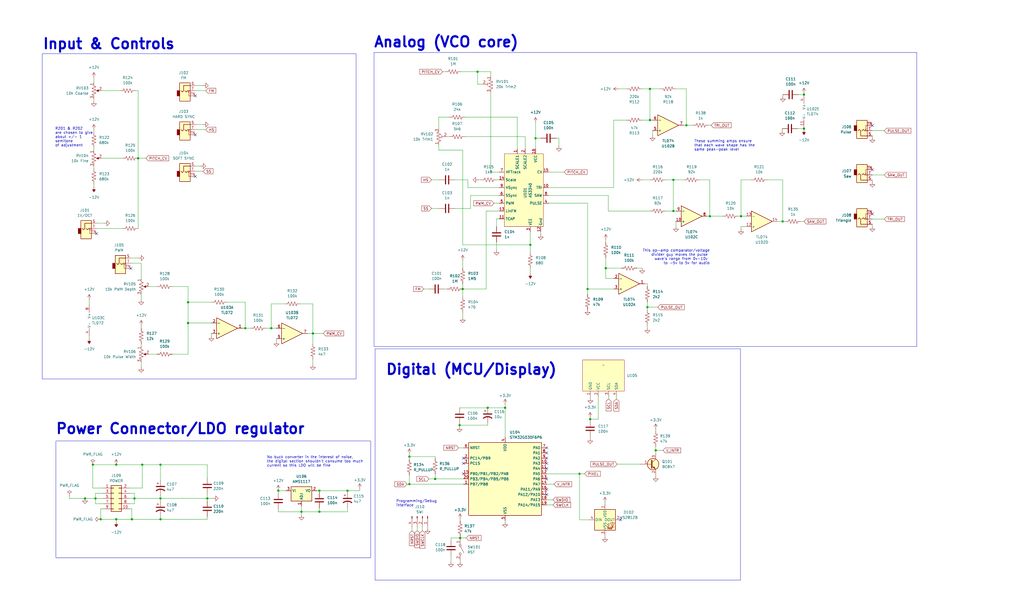
<source format=kicad_sch>
(kicad_sch (version 20230121) (generator eeschema)
  (paper "User" 499.999 299.999)
  (title_block (title "AT-3340 Tuner VCO") (date "2024-02-15") (rev "1") (company "Hayden Setlik"))
  (junction (at 199.898 236.601))
  (junction (at 49.149 253.746))
  (junction (at 335.153 61.214))
  (junction (at 119.761 160.401))
  (junction (at 41.529 243.586))
  (junction (at 101.219 243.586))
  (junction (at 295.783 131.064))
  (junction (at 258.953 119.634))
  (junction (at 135.89 239.776))
  (junction (at 238.125 199.263))
  (junction (at 67.437 77.343))
  (junction (at 392.557 46.228))
  (junction (at 316.103 150.114))
  (junction (at 78.359 227.076))
  (junction (at 56.769 253.746))
  (junction (at 224.663 262.89))
  (junction (at 317.373 43.434))
  (junction (at 45.339 227.076))
  (junction (at 199.898 223.139))
  (junction (at 132.461 160.401))
  (junction (at 328.803 87.884))
  (junction (at 46.609 243.586))
  (junction (at 78.359 253.746))
  (junction (at 147.193 250.063))
  (junction (at 317.373 58.674))
  (junction (at 346.583 105.664))
  (junction (at 246.634 199.263))
  (junction (at 224.409 207.772))
  (junction (at 225.933 141.224))
  (junction (at 91.821 147.701))
  (junction (at 64.389 253.746))
  (junction (at 212.471 234.061))
  (junction (at 288.163 204.851))
  (junction (at 169.672 239.776))
  (junction (at 152.781 162.941))
  (junction (at 261.493 67.564))
  (junction (at 91.821 157.861))
  (junction (at 56.769 227.076))
  (junction (at 320.167 220.091))
  (junction (at 69.469 227.076))
  (junction (at 328.803 103.124))
  (junction (at 382.143 108.204))
  (junction (at 361.823 105.664))
  (junction (at 155.956 239.776))
  (junction (at 392.557 62.865))
  (junction (at 78.359 243.586))
  (junction (at 155.956 250.063))
  (junction (at 282.956 231.521))
  (junction (at 233.172 35.052))
  (junction (at 286.893 141.224))
  (junction (at 65.659 243.586))
  (no_connect (at 425.958 82.931))
  (no_connect (at 95.377 86.233))
  (no_connect (at 63.881 131.191))
  (no_connect (at 47.117 114.173))
  (no_connect (at 425.958 61.341))
  (no_connect (at 266.954 221.361))
  (no_connect (at 95.377 65.913))
  (no_connect (at 226.314 231.521))
  (no_connect (at 266.954 234.061))
  (no_connect (at 425.958 104.521))
  (no_connect (at 266.954 241.681))
  (no_connect (at 266.954 223.901))
  (no_connect (at 266.954 228.981))
  (no_connect (at 95.377 46.863))
  (no_connect (at 266.954 226.441))
  (no_connect (at 303.022 254))
  (no_connect (at 226.314 226.441))
  (no_connect (at 266.954 239.141))
  (no_connect (at 226.314 223.901))
  (no_connect (at 266.954 218.821))
  (wire (pts (xy 316.103 150.114) (xy 316.103 151.384)))
  (wire (pts (xy 206.248 257.429) (xy 206.248 259.334)))
  (wire (pts (xy 389.509 62.865) (xy 392.557 62.865)))
  (wire (pts (xy 132.461 160.401) (xy 135.001 160.401)))
  (wire (pts (xy 311.023 131.064) (xy 313.563 131.064)))
  (wire (pts (xy 147.193 250.063) (xy 147.193 251.587)))
  (wire (pts (xy 295.783 117.094) (xy 295.783 118.364)))
  (wire (pts (xy 33.909 243.586) (xy 33.909 242.316)))
  (wire (pts (xy 225.933 119.634) (xy 258.953 119.634)))
  (wire (pts (xy 56.769 255.016) (xy 56.769 253.746)))
  (wire (pts (xy 258.953 131.064) (xy 258.953 133.604)))
  (wire (pts (xy 119.761 160.401) (xy 118.491 160.401)))
  (wire (pts (xy 425.958 109.601) (xy 425.958 110.617)))
  (wire (pts (xy 72.771 140.081) (xy 76.581 140.081)))
  (wire (pts (xy 242.443 118.364) (xy 242.443 122.174)))
  (wire (pts (xy 258.953 119.634) (xy 258.953 123.444)))
  (wire (pts (xy 139.573 239.776) (xy 135.89 239.776)))
  (wire (pts (xy 63.119 241.046) (xy 65.659 241.046)))
  (wire (pts (xy 374.523 87.884) (xy 382.143 87.884)))
  (wire (pts (xy 138.938 148.463) (xy 132.461 148.463)))
  (wire (pts (xy 233.172 35.052) (xy 239.649 35.052)))
  (wire (pts (xy 320.167 220.091) (xy 320.167 221.742)))
  (wire (pts (xy 237.363 141.224) (xy 225.933 141.224)))
  (wire (pts (xy 222.123 101.854) (xy 229.743 101.854)))
  (wire (pts (xy 341.503 87.884) (xy 346.583 87.884)))
  (wire (pts (xy 199.898 221.869) (xy 199.898 223.139)))
  (wire (pts (xy 229.743 95.504) (xy 243.713 95.504)))
  (wire (pts (xy 320.167 231.902) (xy 320.167 232.791)))
  (wire (pts (xy 317.373 58.674) (xy 318.643 58.674)))
  (wire (pts (xy 63.119 238.506) (xy 69.469 238.506)))
  (wire (pts (xy 110.871 147.701) (xy 119.761 147.701)))
  (wire (pts (xy 78.359 243.586) (xy 78.359 244.856)))
  (wire (pts (xy 383.413 108.204) (xy 382.143 108.204)))
  (wire (pts (xy 295.402 261.62) (xy 295.402 262.382)))
  (wire (pts (xy 238.125 206.883) (xy 238.125 207.772)))
  (wire (pts (xy 300.99 193.675) (xy 300.99 194.945)))
  (wire (pts (xy 69.469 227.076) (xy 78.359 227.076)))
  (wire (pts (xy 328.803 87.884) (xy 328.803 103.124)))
  (wire (pts (xy 389.89 46.228) (xy 392.557 46.228)))
  (wire (pts (xy 69.469 238.506) (xy 69.469 227.076)))
  (wire (pts (xy 65.659 243.586) (xy 65.659 246.126)))
  (wire (pts (xy 212.471 234.061) (xy 226.314 234.061)))
  (wire (pts (xy 392.557 46.228) (xy 392.557 46.863)))
  (wire (pts (xy 229.743 101.854) (xy 229.743 95.504)))
  (wire (pts (xy 320.167 209.677) (xy 320.167 210.566)))
  (wire (pts (xy 152.781 162.941) (xy 157.861 162.941)))
  (wire (pts (xy 328.803 87.884) (xy 333.883 87.884)))
  (wire (pts (xy 286.893 141.224) (xy 286.893 143.764)))
  (wire (pts (xy 78.359 227.076) (xy 101.219 227.076)))
  (wire (pts (xy 47.117 109.093) (xy 50.927 109.093)))
  (wire (pts (xy 45.847 63.373) (xy 45.847 64.643)))
  (wire (pts (xy 346.583 105.664) (xy 352.933 105.664)))
  (wire (pts (xy 333.883 61.214) (xy 335.153 61.214)))
  (wire (pts (xy 242.443 106.934) (xy 243.713 106.934)))
  (wire (pts (xy 175.641 239.776) (xy 175.641 238.887)))
  (wire (pts (xy 235.839 41.148) (xy 233.172 41.148)))
  (wire (pts (xy 313.563 43.434) (xy 317.373 43.434)))
  (wire (pts (xy 261.493 67.564) (xy 261.493 72.644)))
  (wire (pts (xy 382.143 108.204) (xy 379.603 108.204)))
  (wire (pts (xy 201.168 257.429) (xy 201.168 259.461)))
  (wire (pts (xy 152.781 175.641) (xy 152.781 178.181)))
  (wire (pts (xy 282.956 254) (xy 282.956 231.521)))
  (wire (pts (xy 224.409 199.263) (xy 238.125 199.263)))
  (wire (pts (xy 217.043 141.224) (xy 218.313 141.224)))
  (wire (pts (xy 256.413 66.802) (xy 256.413 72.644)))
  (wire (pts (xy 91.821 147.701) (xy 103.251 147.701)))
  (wire (pts (xy 392.557 45.593) (xy 392.557 46.228)))
  (wire (pts (xy 222.123 87.884) (xy 228.473 87.884)))
  (wire (pts (xy 46.609 246.126) (xy 46.609 243.586)))
  (wire (pts (xy 381.889 62.865) (xy 381.889 63.881)))
  (wire (pts (xy 317.373 43.434) (xy 317.373 58.674)))
  (wire (pts (xy 84.201 140.081) (xy 91.821 140.081)))
  (wire (pts (xy 246.634 199.263) (xy 246.634 213.741)))
  (wire (pts (xy 49.149 253.746) (xy 49.149 248.666)))
  (wire (pts (xy 243.713 103.124) (xy 237.363 103.124)))
  (wire (pts (xy 288.29 193.675) (xy 288.29 194.564)))
  (wire (pts (xy 68.961 168.021) (xy 68.961 169.291)))
  (wire (pts (xy 169.672 248.158) (xy 169.672 250.063)))
  (wire (pts (xy 297.18 193.675) (xy 297.18 194.945)))
  (wire (pts (xy 43.561 164.211) (xy 43.561 165.481)))
  (wire (pts (xy 295.402 245.491) (xy 295.402 246.38)))
  (wire (pts (xy 67.437 77.343) (xy 71.247 77.343)))
  (wire (pts (xy 272.923 71.374) (xy 272.923 67.564)))
  (wire (pts (xy 49.149 248.666) (xy 50.419 248.666)))
  (wire (pts (xy 330.073 108.204) (xy 330.073 110.744)))
  (wire (pts (xy 199.898 232.156) (xy 199.898 236.601)))
  (wire (pts (xy 150.241 162.941) (xy 152.781 162.941)))
  (wire (pts (xy 135.89 250.063) (xy 147.193 250.063)))
  (wire (pts (xy 91.821 140.081) (xy 91.821 147.701)))
  (wire (pts (xy 225.933 152.654) (xy 225.933 155.194)))
  (wire (pts (xy 135.89 239.776) (xy 135.89 241.046)))
  (wire (pts (xy 132.461 148.463) (xy 132.461 160.401)))
  (wire (pts (xy 214.249 57.277) (xy 219.456 57.277)))
  (wire (pts (xy 261.493 67.564) (xy 264.033 67.564)))
  (wire (pts (xy 65.659 246.126) (xy 63.119 246.126)))
  (wire (pts (xy 135.89 248.666) (xy 135.89 250.063)))
  (wire (pts (xy 287.782 254) (xy 282.956 254)))
  (wire (pts (xy 95.377 41.783) (xy 99.187 41.783)))
  (wire (pts (xy 295.783 125.984) (xy 295.783 131.064)))
  (wire (pts (xy 67.437 44.323) (xy 67.437 77.343)))
  (wire (pts (xy 361.823 105.664) (xy 364.363 105.664)))
  (wire (pts (xy 286.893 141.224) (xy 299.593 141.224)))
  (wire (pts (xy 91.821 147.701) (xy 91.821 157.861)))
  (wire (pts (xy 246.634 197.612) (xy 246.634 199.263)))
  (wire (pts (xy 233.172 41.148) (xy 233.172 35.052)))
  (wire (pts (xy 46.609 243.586) (xy 50.419 243.586)))
  (wire (pts (xy 242.443 110.744) (xy 242.443 106.934)))
  (wire (pts (xy 223.901 218.821) (xy 226.314 218.821)))
  (wire (pts (xy 392.557 62.103) (xy 392.557 62.865)))
  (wire (pts (xy 210.693 87.884) (xy 214.503 87.884)))
  (wire (pts (xy 101.219 253.746) (xy 78.359 253.746)))
  (wire (pts (xy 313.563 87.884) (xy 317.373 87.884)))
  (wire (pts (xy 228.473 87.884) (xy 228.473 91.694)))
  (wire (pts (xy 297.053 95.504) (xy 267.843 95.504)))
  (wire (pts (xy 49.657 77.343) (xy 59.817 77.343)))
  (wire (pts (xy 78.359 252.476) (xy 78.359 253.746)))
  (wire (pts (xy 68.961 128.651) (xy 68.961 136.271)))
  (wire (pts (xy 239.649 44.958) (xy 239.649 84.074)))
  (wire (pts (xy 238.125 199.263) (xy 246.634 199.263)))
  (wire (pts (xy 320.167 220.091) (xy 323.723 220.091)))
  (wire (pts (xy 346.583 87.884) (xy 346.583 105.664)))
  (wire (pts (xy 210.693 101.854) (xy 214.503 101.854)))
  (wire (pts (xy 212.471 224.028) (xy 212.471 223.139)))
  (wire (pts (xy 225.933 127.254) (xy 225.933 131.064)))
  (wire (pts (xy 169.672 250.063) (xy 155.956 250.063)))
  (wire (pts (xy 220.218 262.89) (xy 224.663 262.89)))
  (wire (pts (xy 225.933 73.406) (xy 225.933 119.634)))
  (wire (pts (xy 50.419 238.506) (xy 45.339 238.506)))
  (wire (pts (xy 360.553 105.664) (xy 361.823 105.664)))
  (wire (pts (xy 302.133 43.434) (xy 305.943 43.434)))
  (wire (pts (xy 78.359 243.586) (xy 101.219 243.586)))
  (wire (pts (xy 224.663 273.685) (xy 224.663 274.574)))
  (wire (pts (xy 299.593 136.144) (xy 295.783 136.144)))
  (wire (pts (xy 292.1 204.851) (xy 288.163 204.851)))
  (wire (pts (xy 220.218 264.033) (xy 220.218 262.89)))
  (wire (pts (xy 224.663 262.128) (xy 224.663 262.89)))
  (wire (pts (xy 206.883 141.224) (xy 209.423 141.224)))
  (wire (pts (xy 95.377 81.153) (xy 97.917 81.153)))
  (wire (pts (xy 198.755 236.601) (xy 199.898 236.601)))
  (wire (pts (xy 64.389 248.666) (xy 64.389 253.746)))
  (wire (pts (xy 264.033 113.284) (xy 264.033 114.554)))
  (wire (pts (xy 152.781 162.941) (xy 152.781 148.463)))
  (wire (pts (xy 224.409 199.39) (xy 224.409 199.263)))
  (wire (pts (xy 361.823 110.744) (xy 364.363 110.744)))
  (wire (pts (xy 199.898 236.601) (xy 226.314 236.601)))
  (wire (pts (xy 238.125 207.772) (xy 224.409 207.772)))
  (wire (pts (xy 68.961 176.911) (xy 68.961 179.451)))
  (wire (pts (xy 152.781 148.463) (xy 146.558 148.463)))
  (wire (pts (xy 239.649 84.074) (xy 243.713 84.074)))
  (wire (pts (xy 63.119 243.586) (xy 65.659 243.586)))
  (wire (pts (xy 286.893 99.314) (xy 286.893 141.224)))
  (wire (pts (xy 214.249 73.406) (xy 225.933 73.406)))
  (wire (pts (xy 316.103 150.114) (xy 321.183 150.114)))
  (wire (pts (xy 66.167 44.323) (xy 67.437 44.323)))
  (wire (pts (xy 43.561 146.431) (xy 43.561 148.971)))
  (wire (pts (xy 91.821 157.861) (xy 91.821 173.101)))
  (wire (pts (xy 152.781 162.941) (xy 152.781 168.021)))
  (wire (pts (xy 324.993 87.884) (xy 328.803 87.884)))
  (wire (pts (xy 272.923 67.564) (xy 271.653 67.564)))
  (wire (pts (xy 45.847 81.153) (xy 45.847 82.423)))
  (wire (pts (xy 335.153 43.434) (xy 335.153 61.214)))
  (wire (pts (xy 297.053 103.124) (xy 317.373 103.124)))
  (wire (pts (xy 324.993 103.124) (xy 328.803 103.124)))
  (wire (pts (xy 95.377 44.323) (xy 100.457 44.323)))
  (wire (pts (xy 63.881 126.111) (xy 67.691 126.111)))
  (wire (pts (xy 288.163 204.089) (xy 288.163 204.851)))
  (wire (pts (xy 45.847 90.043) (xy 45.847 91.313)))
  (wire (pts (xy 224.663 262.89) (xy 227.711 262.89)))
  (wire (pts (xy 425.958 107.061) (xy 431.8 107.061)))
  (wire (pts (xy 208.788 257.429) (xy 208.788 258.318)))
  (wire (pts (xy 155.956 239.776) (xy 169.672 239.776)))
  (wire (pts (xy 154.813 239.776) (xy 155.956 239.776)))
  (wire (pts (xy 63.119 248.666) (xy 64.389 248.666)))
  (wire (pts (xy 56.769 227.076) (xy 69.469 227.076)))
  (wire (pts (xy 295.783 131.064) (xy 303.403 131.064)))
  (wire (pts (xy 214.249 62.992) (xy 214.249 57.277)))
  (wire (pts (xy 78.359 227.076) (xy 78.359 234.696)))
  (wire (pts (xy 214.249 70.612) (xy 214.249 73.406)))
  (wire (pts (xy 50.419 246.126) (xy 46.609 246.126)))
  (wire (pts (xy 224.663 253.619) (xy 224.663 254.508)))
  (wire (pts (xy 392.557 62.865) (xy 392.557 63.373)))
  (wire (pts (xy 361.823 105.664) (xy 361.823 87.884)))
  (wire (pts (xy 67.437 77.343) (xy 67.437 111.633)))
  (wire (pts (xy 56.769 253.746) (xy 49.149 253.746)))
  (wire (pts (xy 45.339 238.506) (xy 45.339 227.076)))
  (wire (pts (xy 199.898 223.139) (xy 199.898 224.536)))
  (wire (pts (xy 65.659 241.046) (xy 65.659 243.586)))
  (wire (pts (xy 147.193 250.063) (xy 155.956 250.063)))
  (wire (pts (xy 220.218 271.653) (xy 220.218 274.574)))
  (wire (pts (xy 252.603 72.644) (xy 252.603 57.277)))
  (wire (pts (xy 314.833 138.684) (xy 316.103 138.684)))
  (wire (pts (xy 212.471 231.648) (xy 212.471 234.061)))
  (wire (pts (xy 328.803 103.124) (xy 330.073 103.124)))
  (wire (pts (xy 361.823 87.884) (xy 366.903 87.884)))
  (wire (pts (xy 425.958 88.011) (xy 425.958 88.9)))
  (wire (pts (xy 318.643 63.754) (xy 318.643 66.294)))
  (wire (pts (xy 95.377 63.373) (xy 100.457 63.373)))
  (wire (pts (xy 33.909 243.586) (xy 41.529 243.586)))
  (wire (pts (xy 101.219 241.3) (xy 101.219 243.586)))
  (wire (pts (xy 218.059 66.802) (xy 219.456 66.802)))
  (wire (pts (xy 64.389 253.746) (xy 56.769 253.746)))
  (wire (pts (xy 266.954 244.221) (xy 270.002 244.221)))
  (wire (pts (xy 155.956 250.063) (xy 155.956 248.285)))
  (wire (pts (xy 68.961 159.131) (xy 68.961 160.401)))
  (wire (pts (xy 288.163 204.851) (xy 288.163 205.74)))
  (wire (pts (xy 382.143 87.884) (xy 382.143 108.204)))
  (wire (pts (xy 316.103 147.574) (xy 316.103 150.114)))
  (wire (pts (xy 155.956 239.776) (xy 155.956 240.665)))
  (wire (pts (xy 203.708 257.429) (xy 203.708 259.334)))
  (wire (pts (xy 45.847 72.263) (xy 45.847 73.533)))
  (wire (pts (xy 266.954 246.761) (xy 270.002 246.761)))
  (wire (pts (xy 317.373 43.434) (xy 322.453 43.434)))
  (wire (pts (xy 103.251 162.941) (xy 103.251 164.211)))
  (wire (pts (xy 301.371 226.822) (xy 312.547 226.822)))
  (wire (pts (xy 299.593 91.694) (xy 299.593 58.674)))
  (wire (pts (xy 239.649 35.052) (xy 239.649 37.338)))
  (wire (pts (xy 228.473 91.694) (xy 243.713 91.694)))
  (wire (pts (xy 316.103 159.004) (xy 316.103 160.274)))
  (wire (pts (xy 169.672 239.776) (xy 175.641 239.776)))
  (wire (pts (xy 47.117 111.633) (xy 59.817 111.633)))
  (wire (pts (xy 72.771 173.101) (xy 76.581 173.101)))
  (wire (pts (xy 101.219 227.076) (xy 101.219 233.68)))
  (wire (pts (xy 261.493 59.944) (xy 261.493 67.564)))
  (wire (pts (xy 267.843 99.314) (xy 286.893 99.314)))
  (wire (pts (xy 95.377 60.833) (xy 99.187 60.833)))
  (wire (pts (xy 101.219 252.476) (xy 101.219 253.746)))
  (wire (pts (xy 266.954 231.521) (xy 282.956 231.521)))
  (wire (pts (xy 361.823 112.014) (xy 361.823 110.744)))
  (wire (pts (xy 49.657 44.323) (xy 58.547 44.323)))
  (wire (pts (xy 45.339 227.076) (xy 56.769 227.076)))
  (wire (pts (xy 63.881 128.651) (xy 68.961 128.651)))
  (wire (pts (xy 425.958 66.421) (xy 425.958 67.183)))
  (wire (pts (xy 267.843 91.694) (xy 299.593 91.694)))
  (wire (pts (xy 95.377 83.693) (xy 99.187 83.693)))
  (wire (pts (xy 338.328 61.214) (xy 335.153 61.214)))
  (wire (pts (xy 345.313 105.664) (xy 346.583 105.664)))
  (wire (pts (xy 135.001 165.481) (xy 135.001 166.751)))
  (wire (pts (xy 129.921 160.401) (xy 132.461 160.401)))
  (wire (pts (xy 382.27 46.228) (xy 382.27 47.117)))
  (wire (pts (xy 266.954 236.601) (xy 270.51 236.601)))
  (wire (pts (xy 216.154 35.052) (xy 217.424 35.052)))
  (wire (pts (xy 78.359 253.746) (xy 64.389 253.746)))
  (wire (pts (xy 209.423 234.061) (xy 212.471 234.061)))
  (wire (pts (xy 101.219 243.586) (xy 104.013 243.586)))
  (wire (pts (xy 50.419 241.046) (xy 46.609 241.046)))
  (wire (pts (xy 330.073 43.434) (xy 335.153 43.434)))
  (wire (pts (xy 313.563 58.674) (xy 317.373 58.674)))
  (wire (pts (xy 246.634 254.381) (xy 246.634 255.143)))
  (wire (pts (xy 227.076 66.802) (xy 256.413 66.802)))
  (wire (pts (xy 225.933 138.684) (xy 225.933 141.224)))
  (wire (pts (xy 68.961 143.891) (xy 68.961 146.431)))
  (wire (pts (xy 252.603 57.277) (xy 227.076 57.277)))
  (wire (pts (xy 242.443 87.884) (xy 243.713 87.884)))
  (wire (pts (xy 320.167 218.186) (xy 320.167 220.091)))
  (wire (pts (xy 65.659 243.586) (xy 78.359 243.586)))
  (wire (pts (xy 258.953 113.284) (xy 258.953 119.634)))
  (wire (pts (xy 237.363 103.124) (xy 237.363 141.224)))
  (wire (pts (xy 41.529 243.586) (xy 46.609 243.586)))
  (wire (pts (xy 46.609 241.046) (xy 46.609 243.586)))
  (wire (pts (xy 212.471 223.139) (xy 199.898 223.139)))
  (wire (pts (xy 224.409 207.01) (xy 224.409 207.772)))
  (wire (pts (xy 299.593 58.674) (xy 305.943 58.674)))
  (wire (pts (xy 119.761 160.401) (xy 122.301 160.401)))
  (wire (pts (xy 45.847 48.133) (xy 45.847 49.403)))
  (wire (pts (xy 316.103 138.684) (xy 316.103 139.954)))
  (wire (pts (xy 295.783 136.144) (xy 295.783 131.064)))
  (wire (pts (xy 292.1 193.675) (xy 292.1 204.851)))
  (wire (pts (xy 391.033 108.204) (xy 392.557 108.204)))
  (wire (pts (xy 224.663 262.89) (xy 224.663 263.525)))
  (wire (pts (xy 45.847 37.973) (xy 45.847 40.513)))
  (wire (pts (xy 91.821 157.861) (xy 103.251 157.861)))
  (wire (pts (xy 425.958 63.881) (xy 431.8 63.881)))
  (wire (pts (xy 345.948 61.214) (xy 347.218 61.214)))
  (wire (pts (xy 288.163 213.36) (xy 288.163 214.249)))
  (wire (pts (xy 101.219 243.586) (xy 101.219 244.856)))
  (wire (pts (xy 233.553 87.884) (xy 234.823 87.884)))
  (wire (pts (xy 282.956 231.521) (xy 285.496 231.521)))
  (wire (pts (xy 91.821 173.101) (xy 84.201 173.101)))
  (wire (pts (xy 169.672 239.776) (xy 169.672 240.538)))
  (wire (pts (xy 267.843 84.074) (xy 275.463 84.074)))
  (wire (pts (xy 225.044 35.052) (xy 233.172 35.052)))
  (wire (pts (xy 119.761 147.701) (xy 119.761 160.401)))
  (wire (pts (xy 241.173 99.314) (xy 243.713 99.314)))
  (wire (pts (xy 225.933 141.224) (xy 225.933 145.034)))
  (wire (pts (xy 147.193 247.396) (xy 147.193 250.063)))
  (wire (pts (xy 78.359 242.316) (xy 78.359 243.586)))
  (wire (pts (xy 135.89 239.776) (xy 135.89 239.649)))
  (wire (pts (xy 425.958 85.471) (xy 431.8 85.471)))
  (wire (pts (xy 224.409 207.772) (xy 224.409 208.534)))
  (wire (pts (xy 297.053 103.124) (xy 297.053 95.504)))
  (rectangle (start 20.574 26.289) (end 173.863 185.166))
  (rectangle (start 27.305 215.519) (end 180.975 272.542))
  (rectangle (start 182.626 25.654) (end 447.675 169.291))
  (rectangle (start 183.134 170.434) (end 361.569 283.464))
  (text "Analog (VCO core)" (at 182.245 23.622 0) (effects (font (size 5 5) (thickness 1) bold) (justify left bottom)))
  (text "Power Connector/LDO regulator" (at 26.924 212.598 0) (effects (font (size 5 5) (thickness 1) bold) (justify left bottom)))
  (text "Programming/Debug\ninterface" (at 193.421 247.777 0) (effects (font (size 1.27 1.27)) (justify left bottom)))
  (text "These summing amps ensure\nthat each wave shape has the\nsame peak-peak level" (at 338.963 73.914 0) (effects (font (size 1.27 1.27)) (justify left bottom)))
  (text "R201 & R202\nare chosen to give\nabout +/- 1 \nsemitone\nof adjustment" (at 26.924 71.882 0) (effects (font (size 1.27 1.27)) (justify left bottom)))
  (text "Input & Controls" (at 20.574 24.511 0) (effects (font (size 5 5) (thickness 1) bold) (justify left bottom)))
  (text "Digital (MCU/Display)" (at 188.087 183.642 0) (effects (font (size 5 5) (thickness 1) bold) (justify left bottom)))
  (text "This op-amp comparator/voltage\ndivider guy moves the pulse \nwave's range from 0v-10v \nto -5v to 5v for audio" (at 346.583 129.413 0) (effects (font (size 1.27 1.27)) (justify right bottom)))
  (text "No buck converter in the interest of noise,\nthe digital section shouldn't consume too much\ncurrent so this LDO will be fine\n" (at 130.302 228.346 0) (effects (font (size 1.27 1.27)) (justify left bottom)))
  (global_label "PIXEL" (shape input) (at 285.496 231.521 0) (property "Intersheetrefs" "${INTERSHEET_REFS}" (effects hide)))
  (global_label "SCL" (shape input) (at 209.423 234.061 180) (property "Intersheetrefs" "${INTERSHEET_REFS}" (effects hide)))
  (global_label "SS" (shape input) (at 210.693 101.854 180) (property "Intersheetrefs" "${INTERSHEET_REFS}" (effects hide)))
  (global_label "PULSE_OUT" (shape input) (at 301.371 226.822 180) (property "Intersheetrefs" "${INTERSHEET_REFS}" (effects hide)))
  (global_label "SAW_OUT" (shape input) (at 392.557 108.204 0) (property "Intersheetrefs" "${INTERSHEET_REFS}" (effects hide)))
  (global_label "PITCH_CV" (shape input) (at 216.154 35.052 180) (property "Intersheetrefs" "${INTERSHEET_REFS}" (effects hide)))
  (global_label "SS" (shape input) (at 99.187 83.693 0) (property "Intersheetrefs" "${INTERSHEET_REFS}" (effects hide)))
  (global_label "PITCH_CV" (shape input) (at 71.247 77.343 0) (property "Intersheetrefs" "${INTERSHEET_REFS}" (effects hide)))
  (global_label "NRST" (shape input) (at 201.168 259.461 270) (property "Intersheetrefs" "${INTERSHEET_REFS}" (effects hide)))
  (global_label "PULSE_OUT" (shape input) (at 321.183 150.114 0) (property "Intersheetrefs" "${INTERSHEET_REFS}" (effects hide)))
  (global_label "SCL" (shape input) (at 297.18 194.945 270) (property "Intersheetrefs" "${INTERSHEET_REFS}" (effects hide)))
  (global_label "V_INTR" (shape input) (at 323.723 220.091 0) (property "Intersheetrefs" "${INTERSHEET_REFS}" (effects hide)))
  (global_label "SWCLK" (shape input) (at 206.248 259.334 270) (property "Intersheetrefs" "${INTERSHEET_REFS}" (effects hide)))
  (global_label "PWM_CV" (shape input) (at 157.861 162.941 0) (property "Intersheetrefs" "${INTERSHEET_REFS}" (effects hide)))
  (global_label "TRI_OUT" (shape input) (at 431.8 107.061 0) (property "Intersheetrefs" "${INTERSHEET_REFS}" (effects hide)))
  (global_label "SAW_OUT" (shape input) (at 431.8 85.471 0) (property "Intersheetrefs" "${INTERSHEET_REFS}" (effects hide)))
  (global_label "SWCLK" (shape input) (at 270.002 246.761 0) (property "Intersheetrefs" "${INTERSHEET_REFS}" (effects hide)))
  (global_label "FM" (shape input) (at 100.457 44.323 0) (property "Intersheetrefs" "${INTERSHEET_REFS}" (effects hide)))
  (global_label "V_INTR" (shape input) (at 270.51 236.601 0) (property "Intersheetrefs" "${INTERSHEET_REFS}" (effects hide)))
  (global_label "NRST" (shape input) (at 227.711 262.89 0) (property "Intersheetrefs" "${INTERSHEET_REFS}" (effects hide)))
  (global_label "HS" (shape input) (at 100.457 63.373 0) (property "Intersheetrefs" "${INTERSHEET_REFS}" (effects hide)))
  (global_label "TRI_OUT" (shape input) (at 347.218 61.214 0) (property "Intersheetrefs" "${INTERSHEET_REFS}" (effects hide)))
  (global_label "SWDIO" (shape input) (at 203.708 259.334 270) (property "Intersheetrefs" "${INTERSHEET_REFS}" (effects hide)))
  (global_label "PWM_CV" (shape input) (at 241.173 99.314 180) (property "Intersheetrefs" "${INTERSHEET_REFS}" (effects hide)))
  (global_label "HS" (shape input) (at 210.693 87.884 180) (property "Intersheetrefs" "${INTERSHEET_REFS}" (effects hide)))
  (global_label "SDA" (shape input) (at 300.99 194.945 270) (property "Intersheetrefs" "${INTERSHEET_REFS}" (effects hide)))
  (global_label "SWDIO" (shape input) (at 270.002 244.221 0) (property "Intersheetrefs" "${INTERSHEET_REFS}" (effects hide)))
  (global_label "PULSE_OUT" (shape input) (at 431.8 63.881 0) (property "Intersheetrefs" "${INTERSHEET_REFS}" (effects hide)))
  (global_label "PITCH_CV" (shape input) (at 275.463 84.074 0) (property "Intersheetrefs" "${INTERSHEET_REFS}" (effects hide)))
  (global_label "SDA" (shape input) (at 198.755 236.601 180) (property "Intersheetrefs" "${INTERSHEET_REFS}" (effects hide)))
  (global_label "NRST" (shape input) (at 223.901 218.821 180) (property "Intersheetrefs" "${INTERSHEET_REFS}" (effects hide)))
  (global_label "FM" (shape input) (at 206.883 141.224 180) (property "Intersheetrefs" "${INTERSHEET_REFS}" (effects hide)))
  (symbol (lib_id "Device:C") (at 218.313 87.884 90) (unit 1)
    (property "Reference" "C102" (at 218.313 80.264 90))
    (property "Value" "1n" (at 218.313 82.804 90))
    (property "Footprint" "Capacitor_SMD:C_0805_2012Metric" (effects hide))
  )
  (symbol (lib_id "power:GND") (at 97.917 81.153 90) (unit 1)
    (property "Reference" "#PWR0146" (effects hide))
    (property "Value" "GND" (effects hide))
  )
  (symbol (lib_id "Switch:SW_SPST") (at 224.663 268.605 270) (unit 1)
    (property "Reference" "SW101" (at 228.219 267.335 90) (effects (justify left)))
    (property "Value" "RST" (at 228.219 269.875 90) (effects (justify left)))
    (property "Footprint" "Button_Switch_SMD:SW_SPST_B3U-1000P" (effects hide))
  )
  (symbol (lib_id "Regulator_Linear:AMS1117") (at 147.193 239.776 0) (unit 1)
    (property "Reference" "U106" (at 147.193 232.791 0))
    (property "Value" "AMS1117" (at 147.193 235.331 0))
    (property "Footprint" "Package_TO_SOT_SMD:SOT-223-3_TabPin2" (effects hide))
    (property "Datasheet" "http://www.advanced-monolithic.com/pdf/ds1117.pdf" (effects hide))
  )
  (symbol (lib_id "Device:R_US") (at 221.234 35.052 90) (unit 1)
    (property "Reference" "R101" (at 221.234 28.702 90))
    (property "Value" "1M" (at 221.234 31.242 90))
    (property "Footprint" "PCM_Resistor_SMD_AKL:R_0805_2012Metric" (effects hide))
  )
  (symbol (lib_id "Device:R_US") (at 225.933 134.874 180) (unit 1)
    (property "Reference" "R103" (at 228.473 133.604 0) (effects (justify right)))
    (property "Value" "1M5" (at 228.473 136.144 0) (effects (justify right)))
    (property "Footprint" "PCM_Resistor_SMD_AKL:R_0805_2012Metric" (effects hide))
  )
  (symbol (lib_id "power:GND") (at 295.402 262.382 0) (unit 1)
    (property "Reference" "#PWR0152" (effects hide))
    (property "Value" "GND" (effects hide))
  )
  (symbol (lib_id "power:+12V") (at 261.493 59.944 0) (unit 1)
    (property "Reference" "#PWR0106" (effects hide))
    (property "Value" "+12V" (at 261.493 54.864 0))
  )
  (symbol (lib_id "Connector_Audio:AudioJack2_SwitchT") (at 420.878 107.061 0) (mirror x) (unit 1)
    (property "Reference" "J108" (at 415.798 105.156 0) (effects (justify right)))
    (property "Value" "Triangle" (at 415.798 107.696 0) (effects (justify right)))
    (property "Footprint" "Connector_Audio:Jack_3.5mm_QingPu_WQP-PJ398SM_Vertical_CircularHoles" (effects hide))
  )
  (symbol (lib_id "power:+12V") (at 302.133 43.434 90) (unit 1)
    (property "Reference" "#PWR0113" (effects hide))
    (property "Value" "+12V" (at 298.323 43.434 90) (effects (justify left)))
  )
  (symbol (lib_id "Device:R_US") (at 356.743 105.664 90) (unit 1)
    (property "Reference" "R120" (at 356.743 99.314 90))
    (property "Value" "10k" (at 356.743 101.854 90))
    (property "Footprint" "PCM_Resistor_SMD_AKL:R_0805_2012Metric" (effects hide))
  )
  (symbol (lib_id "power:+3.3V") (at 295.402 245.491 0) (unit 1)
    (property "Reference" "#PWR0153" (effects hide))
    (property "Value" "+3.3V" (at 295.402 241.046 0))
  )
  (symbol (lib_id "Device:C") (at 135.89 244.856 0) (mirror x) (unit 1)
    (property "Reference" "C113" (at 132.08 243.586 0) (effects (justify right)))
    (property "Value" "100n" (at 132.08 246.126 0) (effects (justify right)))
    (property "Footprint" "Capacitor_SMD:C_0805_2012Metric" (effects hide))
  )
  (symbol (lib_id "Device:R_US") (at 316.103 155.194 0) (unit 1)
    (property "Reference" "R115" (at 318.643 153.924 0) (effects (justify left)))
    (property "Value" "2k2" (at 318.643 156.464 0) (effects (justify left)))
    (property "Footprint" "PCM_Resistor_SMD_AKL:R_0805_2012Metric" (effects hide))
  )
  (symbol (lib_id "power:GND") (at 288.163 214.249 0) (unit 1)
    (property "Reference" "#PWR0160" (effects hide))
    (property "Value" "GND" (effects hide))
  )
  (symbol (lib_id "power:GND") (at 135.001 166.751 0) (unit 1)
    (property "Reference" "#PWR0144" (effects hide))
    (property "Value" "GND" (effects hide))
  )
  (symbol (lib_id "power:GND") (at 246.634 255.143 0) (unit 1)
    (property "Reference" "#PWR0142" (effects hide))
    (property "Value" "GND" (effects hide))
  )
  (symbol (lib_id "power:-12V") (at 43.561 165.481 180) (unit 1)
    (property "Reference" "#PWR0133" (effects hide))
    (property "Value" "-12V" (at 43.561 170.561 0))
  )
  (symbol (lib_id "Device:R_US") (at 152.781 171.831 180) (unit 1)
    (property "Reference" "R133" (at 155.321 170.561 0) (effects (justify right)))
    (property "Value" "4k7" (at 155.321 173.101 0) (effects (justify right)))
    (property "Footprint" "PCM_Resistor_SMD_AKL:R_0805_2012Metric" (effects hide))
  )
  (symbol (lib_id "Connector_Audio:AudioJack2_SwitchT") (at 90.297 63.373 0) (unit 1)
    (property "Reference" "J103" (at 89.662 54.483 0))
    (property "Value" "HARD SYNC" (at 89.662 57.023 0))
    (property "Footprint" "Connector_Audio:Jack_3.5mm_QingPu_WQP-PJ398SM_Vertical_CircularHoles" (effects hide))
  )
  (symbol (lib_id "power:GND") (at 264.033 114.554 0) (unit 1)
    (property "Reference" "#PWR0158" (effects hide))
    (property "Value" "GND" (effects hide))
  )
  (symbol (lib_id "LED:WS2812B") (at 295.402 254 0) (unit 1)
    (property "Reference" "D102" (at 306.959 250.3521 0))
    (property "Value" "WS2812B" (at 306.959 252.8921 0))
    (property "Footprint" "LED_SMD:LED_WS2812B_PLCC4_5.0x5.0mm_P3.2mm" (effects hide))
    (property "Datasheet" "https://cdn-shop.adafruit.com/datasheets/WS2812B.pdf" (effects hide))
  )
  (symbol (lib_id "power:+3.3V") (at 199.898 221.869 0) (unit 1)
    (property "Reference" "#PWR0143" (effects hide))
    (property "Value" "+3.3V" (at 199.898 217.551 0))
  )
  (symbol (lib_id "power:GND") (at 99.187 41.783 90) (unit 1)
    (property "Reference" "#PWR0132" (effects hide))
    (property "Value" "GND" (effects hide))
  )
  (symbol (lib_id "power:+12V") (at 392.557 45.593 0) (unit 1)
    (property "Reference" "#PWR0110" (effects hide))
    (property "Value" "+12V" (at 392.557 40.513 0))
  )
  (symbol (lib_id "power:+12V") (at 295.783 117.094 0) (unit 1)
    (property "Reference" "#PWR0112" (effects hide))
    (property "Value" "+12V" (at 295.783 112.014 0))
  )
  (symbol (lib_id "power:GND") (at 50.927 109.093 90) (unit 1)
    (property "Reference" "#PWR0136" (effects hide))
    (property "Value" "GND" (effects hide))
  )
  (symbol (lib_id "Device:R_US") (at 307.213 131.064 90) (unit 1)
    (property "Reference" "R111" (at 307.213 124.714 90))
    (property "Value" "100k" (at 307.213 127.254 90))
    (property "Footprint" "PCM_Resistor_SMD_AKL:R_0805_2012Metric" (effects hide))
  )
  (symbol (lib_id "power:GND") (at 318.643 66.294 0) (unit 1)
    (property "Reference" "#PWR0126" (effects hide))
    (property "Value" "GND" (effects hide))
  )
  (symbol (lib_id "power:-12V") (at 56.769 255.016 180) (unit 1)
    (property "Reference" "#PWR0109" (effects hide))
    (property "Value" "-12V" (at 56.769 260.096 0))
  )
  (symbol (lib_id "power:GND") (at 68.961 179.451 0) (unit 1)
    (property "Reference" "#PWR0147" (effects hide))
    (property "Value" "GND" (effects hide))
  )
  (symbol (lib_id "Device:C_Polarized_US") (at 238.125 203.073 0) (unit 1)
    (property "Reference" "C116" (at 241.3 201.168 0) (effects (justify left)))
    (property "Value" "10u" (at 241.3 203.708 0) (effects (justify left)))
    (property "Footprint" "Capacitor_THT:CP_Radial_D5.0mm_P2.50mm" (effects hide))
  )
  (symbol (lib_id "Device:C") (at 267.843 67.564 90) (unit 1)
    (property "Reference" "C105" (at 267.843 59.944 90))
    (property "Value" "100n" (at 267.843 62.484 90))
    (property "Footprint" "Capacitor_SMD:C_0805_2012Metric" (effects hide))
  )
  (symbol (lib_id "power:+12V") (at 313.563 87.884 90) (unit 1)
    (property "Reference" "#PWR0114" (effects hide))
    (property "Value" "+12V" (at 309.753 87.884 90) (effects (justify left)))
  )
  (symbol (lib_id "Amplifier_Operational:TL072") (at 46.101 156.591 0) (unit 3)
    (property "Reference" "U103" (at 44.831 155.321 0) (effects (justify left)))
    (property "Value" "TL072" (at 44.831 157.861 0) (effects (justify left)))
    (property "Footprint" "Package_SO:SOIC-8_3.9x4.9mm_P1.27mm" (effects hide))
    (property "Datasheet" "http://www.ti.com/lit/ds/symlink/tl071.pdf" (effects hide))
  )
  (symbol (lib_id "Device:C") (at 213.233 141.224 90) (unit 1)
    (property "Reference" "C101" (at 213.233 133.604 90))
    (property "Value" "100n" (at 213.233 136.144 90))
    (property "Footprint" "Capacitor_SMD:C_0805_2012Metric" (effects hide))
  )
  (symbol (lib_id "Device:C_Polarized_US") (at 78.359 248.666 0) (unit 1)
    (property "Reference" "C108" (at 81.28 246.761 0) (effects (justify left)))
    (property "Value" "4u7" (at 81.28 249.301 0) (effects (justify left)))
    (property "Footprint" "Capacitor_THT:CP_Radial_D5.0mm_P2.50mm" (effects hide))
  )
  (symbol (lib_id "power:GND") (at 152.781 178.181 0) (unit 1)
    (property "Reference" "#PWR0148" (effects hide))
    (property "Value" "GND" (effects hide))
  )
  (symbol (lib_id "power:-12V") (at 45.847 91.313 180) (unit 1)
    (property "Reference" "#PWR0129" (effects hide))
    (property "Value" "-12V" (at 45.847 96.393 0))
  )
  (symbol (lib_id "Device:R_US") (at 342.138 61.214 90) (unit 1)
    (property "Reference" "R138" (at 342.138 55.245 90))
    (property "Value" "1k" (at 342.138 57.785 90))
    (property "Footprint" "PCM_Resistor_SMD_AKL:R_0805_2012Metric" (effects hide))
  )
  (symbol (lib_id "ALFA_SYNTH_CHIPS:AS3340") (at 258.953 80.264 0) (unit 1)
    (property "Reference" "U101" (at 256.413 96.774 90) (effects (justify left)))
    (property "Value" "AS3340" (at 258.953 92.964 90))
    (property "Footprint" "Package_DIP:DIP-16_W7.62mm" (effects hide))
  )
  (symbol (lib_id "Device:C") (at 386.08 46.228 90) (unit 1)
    (property "Reference" "C111" (at 386.08 38.608 90))
    (property "Value" "100n" (at 386.08 41.148 90))
    (property "Footprint" "Capacitor_SMD:C_0805_2012Metric" (effects hide))
  )
  (symbol (lib_id "Device:R_US") (at 286.893 147.574 0) (unit 1)
    (property "Reference" "R109" (at 289.433 146.304 0) (effects (justify left)))
    (property "Value" "47k" (at 289.433 148.844 0) (effects (justify left)))
    (property "Footprint" "PCM_Resistor_SMD_AKL:R_0805_2012Metric" (effects hide))
  )
  (symbol (lib_id "power:GND") (at 224.409 208.534 0) (unit 1)
    (property "Reference" "#PWR0141" (effects hide))
    (property "Value" "GND" (effects hide))
  )
  (symbol (lib_id "power:GND") (at 330.073 110.744 0) (unit 1)
    (property "Reference" "#PWR0149" (effects hide))
    (property "Value" "GND" (effects hide))
  )
  (symbol (lib_id "Device:R_US") (at 222.123 141.224 270) (unit 1)
    (property "Reference" "R102" (at 222.123 134.874 90))
    (property "Value" "1M" (at 222.123 137.414 90))
    (property "Footprint" "PCM_Resistor_SMD_AKL:R_0805_2012Metric" (effects hide))
  )
  (symbol (lib_id "Device:R_Potentiometer_US") (at 45.847 77.343 0) (unit 1)
    (property "Reference" "RV104" (at 43.307 76.073 0) (effects (justify right)))
    (property "Value" "10k Fine" (at 43.307 78.613 0) (effects (justify right)))
    (property "Footprint" "PCM_Potentiometer_THT_AKL:Potentiometer_Alps_RK09L_Single_Vertical" (effects hide))
  )
  (symbol (lib_id "Connector_Audio:AudioJack2_SwitchT") (at 90.297 83.693 0) (unit 1)
    (property "Reference" "J104" (at 89.662 74.803 0))
    (property "Value" "SOFT SYNC" (at 89.662 77.343 0))
    (property "Footprint" "Connector_Audio:Jack_3.5mm_QingPu_WQP-PJ398SM_Vertical_CircularHoles" (effects hide))
  )
  (symbol (lib_id "Device:R_US") (at 225.933 148.844 180) (unit 1)
    (property "Reference" "R104" (at 228.473 147.574 0) (effects (justify right)))
    (property "Value" "470" (at 228.473 150.114 0) (effects (justify right)))
    (property "Footprint" "PCM_Resistor_SMD_AKL:R_0805_2012Metric" (effects hide))
  )
  (symbol (lib_id "Amplifier_Operational:TL074") (at 395.097 54.483 0) (unit 5)
    (property "Reference" "U102" (at 393.827 53.213 0) (effects (justify left)))
    (property "Value" "TL074" (at 393.827 55.753 0) (effects (justify left)))
    (property "Footprint" "PCM_Package_SO_AKL:SOIC-14_3.9x8.7mm_P1.27mm" (effects hide))
    (property "Datasheet" "http://www.ti.com/lit/ds/symlink/tl071.pdf" (effects hide))
  )
  (symbol (lib_id "power:GND") (at 361.823 112.014 0) (unit 1)
    (property "Reference" "#PWR0127" (effects hide))
    (property "Value" "GND" (effects hide))
  )
  (symbol (lib_id "Device:R_US") (at 45.847 86.233 0) (unit 1)
    (property "Reference" "R123" (at 48.387 84.963 0) (effects (justify left)))
    (property "Value" "680k" (at 48.387 87.503 0) (effects (justify left)))
    (property "Footprint" "PCM_Resistor_SMD_AKL:R_0805_2012Metric" (effects hide))
  )
  (symbol (lib_id "power:GND") (at 220.218 274.574 0) (unit 1)
    (property "Reference" "#PWR0163" (effects hide))
    (property "Value" "GND" (effects hide))
  )
  (symbol (lib_id "Device:R_US") (at 80.391 173.101 90) (unit 1)
    (property "Reference" "R129" (at 80.391 166.751 90))
    (property "Value" "100k" (at 80.391 169.291 90))
    (property "Footprint" "PCM_Resistor_SMD_AKL:R_0805_2012Metric" (effects hide))
  )
  (symbol (lib_id "Amplifier_Operational:TL074") (at 307.213 138.684 0) (mirror x) (unit 1)
    (property "Reference" "U102" (at 307.213 148.844 0))
    (property "Value" "TL074" (at 307.213 146.304 0))
    (property "Footprint" "PCM_Package_SO_AKL:SOIC-14_3.9x8.7mm_P1.27mm" (effects hide))
    (property "Datasheet" "http://www.ti.com/lit/ds/symlink/tl071.pdf" (effects hide))
  )
  (symbol (lib_id "Device:R_Potentiometer_US") (at 68.961 173.101 0) (unit 1)
    (property "Reference" "RV106" (at 66.421 171.831 0) (effects (justify right)))
    (property "Value" "10k Pulse Width" (at 66.421 174.371 0) (effects (justify right)))
    (property "Footprint" "PCM_Potentiometer_THT_AKL:Potentiometer_Alps_RK09L_Single_Vertical" (effects hide))
  )
  (symbol (lib_id "Device:R_Potentiometer_US") (at 45.847 44.323 0) (unit 1)
    (property "Reference" "RV103" (at 43.307 43.053 0) (effects (justify right)))
    (property "Value" "10k Coarse" (at 43.307 45.593 0) (effects (justify right)))
    (property "Footprint" "PCM_Potentiometer_THT_AKL:Potentiometer_Alps_RK09L_Single_Vertical" (effects hide))
  )
  (symbol (lib_id "power:+3.3V") (at 246.634 197.612 0) (unit 1)
    (property "Reference" "#PWR0137" (effects hide))
    (property "Value" "+3.3V" (at 246.634 193.294 0))
  )
  (symbol (lib_id "Amplifier_Operational:TL072") (at 110.871 160.401 0) (mirror x) (unit 1)
    (property "Reference" "U103" (at 110.871 150.241 0))
    (property "Value" "TL072" (at 110.871 152.781 0))
    (property "Footprint" "Package_SO:SOIC-8_3.9x4.9mm_P1.27mm" (effects hide))
    (property "Datasheet" "http://www.ti.com/lit/ds/symlink/tl071.pdf" (effects hide))
  )
  (symbol (lib_id "power:GND") (at 320.167 232.791 0) (unit 1)
    (property "Reference" "#PWR0116" (effects hide))
    (property "Value" "GND" (effects hide))
  )
  (symbol (lib_id "Device:R_US") (at 316.103 143.764 0) (unit 1)
    (property "Reference" "R114" (at 318.643 142.494 0) (effects (justify left)))
    (property "Value" "2k2" (at 318.643 145.034 0) (effects (justify left)))
    (property "Footprint" "PCM_Resistor_SMD_AKL:R_0805_2012Metric" (effects hide))
  )
  (symbol (lib_id "Device:R_US") (at 326.263 43.434 90) (mirror x) (unit 1)
    (property "Reference" "R118" (at 326.263 49.784 90))
    (property "Value" "92k" (at 326.263 47.244 90))
    (property "Footprint" "PCM_Resistor_SMD_AKL:R_0805_2012Metric" (effects hide))
  )
  (symbol (lib_id "Device:R_US") (at 309.753 43.434 90) (mirror x) (unit 1)
    (property "Reference" "R112" (at 309.753 49.784 90))
    (property "Value" "220k" (at 309.753 47.244 90))
    (property "Footprint" "PCM_Resistor_SMD_AKL:R_0805_2012Metric" (effects hide))
  )
  (symbol (lib_id "Device:R_US") (at 321.183 103.124 90) (unit 1)
    (property "Reference" "R117" (at 321.183 96.774 90))
    (property "Value" "92k" (at 321.183 99.314 90))
    (property "Footprint" "PCM_Resistor_SMD_AKL:R_0805_2012Metric" (effects hide))
  )
  (symbol (lib_id "MCU_ST_STM32G0:STM32G030F6Px") (at 246.634 234.061 0) (unit 1)
    (property "Reference" "U104" (at 248.8281 211.201 0) (effects (justify left)))
    (property "Value" "STM32G030F6P6" (at 248.8281 213.741 0) (effects (justify left)))
    (property "Footprint" "Package_SO:TSSOP-20_4.4x6.5mm_P0.65mm" (effects hide))
    (property "Datasheet" "https://www.st.com/resource/en/datasheet/stm32g030f6.pdf" (effects hide))
  )
  (symbol (lib_id "Device:R_US") (at 63.627 111.633 90) (unit 1)
    (property "Reference" "R126" (at 63.627 105.283 90))
    (property "Value" "100k" (at 63.627 107.823 90))
    (property "Footprint" "PCM_Resistor_SMD_AKL:R_0805_2012Metric" (effects hide))
  )
  (symbol (lib_id "power:GND") (at 233.553 87.884 270) (unit 1)
    (property "Reference" "#PWR0131" (effects hide))
    (property "Value" "GND" (effects hide))
  )
  (symbol (lib_id "Connector_Audio:AudioJack2_SwitchT") (at 420.878 63.881 0) (mirror x) (unit 1)
    (property "Reference" "J106" (at 415.798 61.976 0) (effects (justify right)))
    (property "Value" "Pulse" (at 415.798 64.516 0) (effects (justify right)))
    (property "Footprint" "Connector_Audio:Jack_3.5mm_QingPu_WQP-PJ398SM_Vertical_CircularHoles" (effects hide))
  )
  (symbol (lib_id "Device:C") (at 101.219 237.49 180) (unit 1)
    (property "Reference" "C109" (at 104.14 236.22 0) (effects (justify right)))
    (property "Value" "220n" (at 104.14 238.76 0) (effects (justify right)))
    (property "Footprint" "Capacitor_SMD:C_0805_2012Metric" (effects hide))
  )
  (symbol (lib_id "Connector_Generic:Conn_02x05_Odd_Even") (at 55.499 243.586 0) (unit 1)
    (property "Reference" "J109" (at 56.769 232.41 0))
    (property "Value" "POWER" (at 56.769 234.95 0))
    (property "Footprint" "Connector_PinHeader_2.54mm:PinHeader_2x05_P2.54mm_Vertical" (effects hide))
  )
  (symbol (lib_id "power:GND") (at 224.663 274.574 0) (unit 1)
    (property "Reference" "#PWR0162" (effects hide))
    (property "Value" "GND" (effects hide))
  )
  (symbol (lib_id "power:GND") (at 316.103 160.274 0) (unit 1)
    (property "Reference" "#PWR0150" (effects hide))
    (property "Value" "GND" (effects hide))
  )
  (symbol (lib_id "Device:C_Polarized_US") (at 78.359 238.506 0) (unit 1)
    (property "Reference" "C107" (at 81.28 236.601 0) (effects (justify left)))
    (property "Value" "4u7" (at 81.28 239.141 0) (effects (justify left)))
    (property "Footprint" "Capacitor_THT:CP_Radial_D5.0mm_P2.50mm" (effects hide))
  )
  (symbol (lib_id "Amplifier_Operational:TL072") (at 142.621 162.941 0) (mirror x) (unit 2)
    (property "Reference" "U103" (at 142.621 152.781 0))
    (property "Value" "TL072" (at 142.621 155.321 0))
    (property "Footprint" "Package_SO:SOIC-8_3.9x4.9mm_P1.27mm" (effects hide))
    (property "Datasheet" "http://www.ti.com/lit/ds/symlink/tl071.pdf" (effects hide))
  )
  (symbol (lib_id "power:GND") (at 208.788 258.318 0) (unit 1)
    (property "Reference" "#PWR0159" (effects hide))
    (property "Value" "GND" (effects hide))
  )
  (symbol (lib_id "Connector_Audio:AudioJack2_SwitchT") (at 420.878 85.471 0) (mirror x) (unit 1)
    (property "Reference" "J107" (at 415.798 83.566 0) (effects (justify right)))
    (property "Value" "Saw" (at 415.798 86.106 0) (effects (justify right)))
    (property "Footprint" "Connector_Audio:Jack_3.5mm_QingPu_WQP-PJ398SM_Vertical_CircularHoles" (effects hide))
  )
  (symbol (lib_id "power:+3.3V") (at 288.163 204.089 0) (unit 1)
    (property "Reference" "#PWR0151" (effects hide))
    (property "Value" "+3.3V" (at 288.163 199.009 0))
  )
  (symbol (lib_id "Device:R_US") (at 238.633 87.884 90) (unit 1)
    (property "Reference" "R105" (at 238.633 81.534 90))
    (property "Value" "1k8" (at 238.633 84.074 90))
    (property "Footprint" "PCM_Resistor_SMD_AKL:R_0805_2012Metric" (effects hide))
  )
  (symbol (lib_id "power:GND") (at 104.013 243.586 90) (unit 1)
    (property "Reference" "#PWR0124" (effects hide))
    (property "Value" "GND" (effects hide))
  )
  (symbol (lib_id "Device:R_US") (at 295.783 122.174 0) (unit 1)
    (property "Reference" "R110" (at 298.323 120.904 0) (effects (justify left)))
    (property "Value" "100k" (at 298.323 123.444 0) (effects (justify left)))
    (property "Footprint" "PCM_Resistor_SMD_AKL:R_0805_2012Metric" (effects hide))
  )
  (symbol (lib_id "Device:R_US") (at 387.223 108.204 90) (unit 1)
    (property "Reference" "R135" (at 387.223 102.235 90))
    (property "Value" "1k" (at 387.223 104.775 90))
    (property "Footprint" "PCM_Resistor_SMD_AKL:R_0805_2012Metric" (effects hide))
  )
  (symbol (lib_id "Device:R_US") (at 320.167 214.376 0) (unit 1)
    (property "Reference" "R139" (at 322.199 213.106 0) (effects (justify left)))
    (property "Value" "47k" (at 322.199 215.646 0) (effects (justify left)))
    (property "Footprint" "PCM_Resistor_SMD_AKL:R_0805_2012Metric" (effects hide))
  )
  (symbol (lib_id "Device:R_US") (at 223.266 66.802 90) (unit 1)
    (property "Reference" "R107" (at 223.266 60.452 90))
    (property "Value" "5k6" (at 223.266 62.992 90))
    (property "Footprint" "PCM_Resistor_SMD_AKL:R_0805_2012Metric" (effects hide))
  )
  (symbol (lib_id "power:GND") (at 286.893 151.384 0) (unit 1)
    (property "Reference" "#PWR0156" (effects hide))
    (property "Value" "GND" (effects hide))
  )
  (symbol (lib_id "power:GND") (at 381.889 63.881 0) (unit 1)
    (property "Reference" "#PWR0119" (effects hide))
    (property "Value" "GND" (effects hide))
  )
  (symbol (lib_id "PCM_4ms_Power-symbol:PWR_FLAG") (at 33.909 242.316 0) (unit 1)
    (property "Reference" "#FLG0101" (effects hide))
    (property "Value" "PWR_FLAG" (at 33.909 237.236 0))
  )
  (symbol (lib_id "Device:C") (at 242.443 114.554 180) (unit 1)
    (property "Reference" "C104" (at 246.253 113.284 0) (effects (justify right)))
    (property "Value" "1n" (at 246.253 115.824 0) (effects (justify right)))
    (property "Footprint" "Capacitor_SMD:C_0805_2012Metric" (effects hide))
  )
  (symbol (lib_id "Device:R_US") (at 321.183 87.884 90) (unit 1)
    (property "Reference" "R116" (at 321.183 81.534 90))
    (property "Value" "220k" (at 321.183 84.074 90))
    (property "Footprint" "PCM_Resistor_SMD_AKL:R_0805_2012Metric" (effects hide))
  )
  (symbol (lib_id "power:GND") (at 382.27 47.117 0) (unit 1)
    (property "Reference" "#PWR0118" (effects hide))
    (property "Value" "GND" (effects hide))
  )
  (symbol (lib_id "PCM_Transistor_BJT_AKL:BC847") (at 317.627 226.822 0) (unit 1)
    (property "Reference" "Q101" (at 323.215 225.552 0) (effects (justify left)))
    (property "Value" "BC847" (at 323.215 228.092 0) (effects (justify left)))
    (property "Footprint" "PCM_Package_TO_SOT_SMD_AKL:SOT-23" (effects hide))
    (property "Datasheet" "https://assets.nexperia.com/documents/data-sheet/BC847_SER.pdf" (effects hide))
  )
  (symbol (lib_id "Connector:Conn_01x04_Pin") (at 206.248 252.349 270) (unit 1)
    (property "Reference" "J110" (at 204.978 247.65 90))
    (property "Value" "SWI" (at 204.978 250.19 90))
    (property "Footprint" "Connector_PinHeader_2.54mm:PinHeader_1x04_P2.54mm_Vertical" (effects hide))
  )
  (symbol (lib_id "power:+12V") (at 68.961 159.131 0) (unit 1)
    (property "Reference" "#PWR0128" (effects hide))
    (property "Value" "+12V" (at 68.961 154.051 0))
  )
  (symbol (lib_id "Device:C") (at 288.163 209.55 180) (unit 1)
    (property "Reference" "C117" (at 291.973 208.28 0) (effects (justify right)))
    (property "Value" "100n" (at 291.973 210.82 0) (effects (justify right)))
    (property "Footprint" "Capacitor_SMD:C_0805_2012Metric" (effects hide))
  )
  (symbol (lib_id "power:GND") (at 225.933 155.194 0) (unit 1)
    (property "Reference" "#PWR0155" (effects hide))
    (property "Value" "GND" (effects hide))
  )
  (symbol (lib_id "Device:C") (at 101.219 248.666 180) (unit 1)
    (property "Reference" "C110" (at 104.14 247.396 0) (effects (justify right)))
    (property "Value" "220n" (at 104.14 249.936 0) (effects (justify right)))
    (property "Footprint" "Capacitor_SMD:C_0805_2012Metric" (effects hide))
  )
  (symbol (lib_id "Device:R_US") (at 258.953 127.254 180) (unit 1)
    (property "Reference" "R108" (at 261.493 125.984 0) (effects (justify right)))
    (property "Value" "680" (at 261.493 128.524 0) (effects (justify right)))
    (property "Footprint" "PCM_Resistor_SMD_AKL:R_0805_2012Metric" (effects hide))
  )
  (symbol (lib_id "Device:C") (at 155.956 244.475 180) (unit 1)
    (property "Reference" "C114" (at 159.766 243.205 0) (effects (justify right)))
    (property "Value" "100n" (at 159.766 245.745 0) (effects (justify right)))
    (property "Footprint" "Capacitor_SMD:C_0805_2012Metric" (effects hide))
  )
  (symbol (lib_id "Device:R_US") (at 224.663 258.318 0) (unit 1)
    (property "Reference" "R137" (at 226.695 257.048 0) (effects (justify left)))
    (property "Value" "47k" (at 226.695 259.588 0) (effects (justify left)))
    (property "Footprint" "PCM_Resistor_SMD_AKL:R_0805_2012Metric" (effects hide))
  )
  (symbol (lib_id "Device:C_Polarized_US") (at 169.672 244.348 0) (unit 1)
    (property "Reference" "C115" (at 172.593 242.443 0) (effects (justify left)))
    (property "Value" "4u7" (at 172.593 244.983 0) (effects (justify left)))
    (property "Footprint" "Capacitor_THT:CP_Radial_D5.0mm_P2.50mm" (effects hide))
  )
  (symbol (lib_id "power:GND") (at 313.563 131.064 0) (unit 1)
    (property "Reference" "#PWR0154" (effects hide))
    (property "Value" "GND" (effects hide))
  )
  (symbol (lib_id "Device:R_US") (at 45.847 68.453 0) (unit 1)
    (property "Reference" "R122" (at 48.387 67.183 0) (effects (justify left)))
    (property "Value" "680k" (at 48.387 69.723 0) (effects (justify left)))
    (property "Footprint" "PCM_Resistor_SMD_AKL:R_0805_2012Metric" (effects hide))
  )
  (symbol (lib_id "power:GND") (at 425.958 110.617 0) (unit 1)
    (property "Reference" "#PWR0104" (effects hide))
    (property "Value" "GND" (effects hide))
  )
  (symbol (lib_id "Device:R_US") (at 62.357 44.323 90) (unit 1)
    (property "Reference" "R124" (at 62.357 37.973 90))
    (property "Value" "100k" (at 62.357 40.513 90))
    (property "Footprint" "PCM_Resistor_SMD_AKL:R_0805_2012Metric" (effects hide))
  )
  (symbol (lib_id "power:GND") (at 45.847 49.403 0) (unit 1)
    (property "Reference" "#PWR0135" (effects hide))
    (property "Value" "GND" (effects hide))
  )
  (symbol (lib_id "Device:R_US") (at 126.111 160.401 90) (unit 1)
    (property "Reference" "R131" (at 126.111 154.051 90))
    (property "Value" "100k" (at 126.111 156.591 90))
    (property "Footprint" "PCM_Resistor_SMD_AKL:R_0805_2012Metric" (effects hide))
  )
  (symbol (lib_id "power:GND") (at 288.29 194.564 0) (unit 1)
    (property "Reference" "#PWR0145" (effects hide))
    (property "Value" "GND" (effects hide))
  )
  (symbol (lib_id "Connector_Audio:AudioJack2_SwitchT") (at 90.297 44.323 0) (unit 1)
    (property "Reference" "J102" (at 89.662 35.56 0))
    (property "Value" "FM" (at 89.662 38.1 0))
    (property "Footprint" "Connector_Audio:Jack_3.5mm_QingPu_WQP-PJ398SM_Vertical_CircularHoles" (effects hide))
  )
  (symbol (lib_id "power:GND") (at 103.251 164.211 0) (unit 1)
    (property "Reference" "#PWR0139" (effects hide))
    (property "Value" "GND" (effects hide))
  )
  (symbol (lib_id "PCM_4ms_Power-symbol:+12V") (at 135.89 239.649 0) (unit 1)
    (property "Reference" "#PWR0115" (effects hide))
    (property "Value" "+12V" (at 135.89 234.823 0))
  )
  (symbol (lib_id "power:GND") (at 68.961 146.431 0) (unit 1)
    (property "Reference" "#PWR0140" (effects hide))
    (property "Value" "GND" (effects hide))
  )
  (symbol (lib_id "Device:R_US") (at 337.693 87.884 90) (unit 1)
    (property "Reference" "R119" (at 337.693 81.534 90))
    (property "Value" "92k" (at 337.693 84.074 90))
    (property "Footprint" "PCM_Resistor_SMD_AKL:R_0805_2012Metric" (effects hide))
  )
  (symbol (lib_id "Device:R_Potentiometer_Trim_US") (at 214.249 66.802 0) (mirror x) (unit 1)
    (property "Reference" "RV102" (at 211.582 65.532 0) (effects (justify right)))
    (property "Value" "10k Trim1" (at 211.582 68.072 0) (effects (justify right)))
    (property "Footprint" "PCM_Potentiometer_THT_AKL:Potentiometer_Bourns_3266Y_Vertical" (effects hide))
  )
  (symbol (lib_id "Device:R_US") (at 212.471 227.838 180) (unit 1)
    (property "Reference" "R136" (at 214.503 226.568 0) (effects (justify right)))
    (property "Value" "R_PULLUP" (at 214.503 229.108 0) (effects (justify right)))
    (property "Footprint" "PCM_Resistor_SMD_AKL:R_0805_2012Metric" (effects hide))
  )
  (symbol (lib_id "power:GND") (at 147.193 251.587 0) (unit 1)
    (property "Reference" "#PWR0125" (effects hide))
    (property "Value" "GND" (effects hide))
  )
  (symbol (lib_id "power:GND") (at 41.529 243.586 0) (unit 1)
    (property "Reference" "#PWR0107" (effects hide))
    (property "Value" "GND" (effects hide))
  )
  (symbol (lib_id "Amplifier_Operational:TL074") (at 371.983 108.204 0) (mirror x) (unit 4)
    (property "Reference" "U102" (at 371.983 118.364 0))
    (property "Value" "TL074" (at 371.983 115.824 0))
    (property "Footprint" "PCM_Package_SO_AKL:SOIC-14_3.9x8.7mm_P1.27mm" (effects hide))
    (property "Datasheet" "http://www.ti.com/lit/ds/symlink/tl071.pdf" (effects hide))
  )
  (symbol (lib_id "Device:R_US") (at 309.753 58.674 90) (mirror x) (unit 1)
    (property "Reference" "R113" (at 309.753 65.024 90))
    (property "Value" "47k" (at 309.753 62.484 90))
    (property "Footprint" "PCM_Resistor_SMD_AKL:R_0805_2012Metric" (effects hide))
  )
  (symbol (lib_id "power:GND") (at 272.923 71.374 0) (unit 1)
    (property "Reference" "#PWR0130" (effects hide))
    (property "Value" "GND" (effects hide))
  )
  (symbol (lib_id "PCM_4ms_Power-symbol:+12V") (at 56.769 227.076 0) (unit 1)
    (property "Reference" "#PWR0108" (effects hide))
    (property "Value" "+12V" (at 56.769 221.996 0))
  )
  (symbol (lib_id "power:GND") (at 99.187 60.833 90) (unit 1)
    (property "Reference" "#PWR0134" (effects hide))
    (property "Value" "GND" (effects hide))
  )
  (symbol (lib_id "power:GND") (at 242.443 122.174 0) (unit 1)
    (property "Reference" "#PWR0157" (effects hide))
    (property "Value" "GND" (effects hide))
  )
  (symbol (lib_id "Device:C") (at 224.409 203.2 180) (unit 1)
    (property "Reference" "C106" (at 228.219 201.93 0) (effects (justify right)))
    (property "Value" "100n" (at 228.219 204.47 0) (effects (justify right)))
    (property "Footprint" "Capacitor_SMD:C_0805_2012Metric" (effects hide))
  )
  (symbol (lib_id "Device:R_Potentiometer_Trim_US") (at 239.649 41.148 0) (mirror y) (unit 1)
    (property "Reference" "RV101" (at 242.189 39.878 0) (effects (justify right)))
    (property "Value" "20k Trim2" (at 242.189 42.418 0) (effects (justify right)))
    (property "Footprint" "PCM_Potentiometer_THT_AKL:Potentiometer_Bourns_3266Y_Vertical" (effects hide))
  )
  (symbol (lib_id "power:+12V") (at 45.847 63.373 0) (unit 1)
    (property "Reference" "#PWR0123" (effects hide))
    (property "Value" "+12V" (at 45.847 58.293 0))
  )
  (symbol (lib_id "power:+12V") (at 45.847 37.973 0) (unit 1)
    (property "Reference" "#PWR0120" (effects hide))
    (property "Value" "+12V" (at 45.847 32.893 0))
  )
  (symbol (lib_id "PCM_4ms_Power-symbol:PWR_FLAG") (at 49.149 253.746 90) (unit 1)
    (property "Reference" "#FLG0103" (effects hide))
    (property "Value" "PWR_FLAG" (at 45.339 253.746 90) (effects (justify left)))
  )
  (symbol (lib_id "Device:R_US") (at 80.391 140.081 90) (unit 1)
    (property "Reference" "R128" (at 80.391 133.731 90))
    (property "Value" "100k" (at 80.391 136.271 90))
    (property "Footprint" "PCM_Resistor_SMD_AKL:R_0805_2012Metric" (effects hide))
  )
  (symbol (lib_id "power:+3.3V") (at 224.663 253.619 0) (unit 1)
    (property "Reference" "#PWR0161" (effects hide))
    (property "Value" "+3.3V" (at 224.663 249.174 0))
  )
  (symbol (lib_id "power:+3.3V") (at 320.167 209.677 0) (unit 1)
    (property "Reference" "#PWR0117" (effects hide))
    (property "Value" "+3.3V" (at 320.167 205.232 0))
  )
  (symbol (lib_id "power:-12V") (at 392.557 63.373 180) (unit 1)
    (property "Reference" "#PWR0111" (effects hide))
    (property "Value" "-12V" (at 392.557 68.453 0))
  )
  (symbol (lib_id "power:-12V") (at 258.953 133.604 180) (unit 1)
    (property "Reference" "#PWR0105" (effects hide))
    (property "Value" "-12V" (at 258.953 138.684 0))
  )
  (symbol (lib_id "Device:R_US") (at 63.627 77.343 90) (unit 1)
    (property "Reference" "R125" (at 63.627 70.993 90))
    (property "Value" "100k" (at 63.627 73.533 90))
    (property "Footprint" "PCM_Resistor_SMD_AKL:R_0805_2012Metric" (effects hide))
  )
  (symbol (lib_id "Device:R_US") (at 107.061 147.701 90) (unit 1)
    (property "Reference" "R130" (at 107.061 141.351 90))
    (property "Value" "100k" (at 107.061 143.891 90))
    (property "Footprint" "PCM_Resistor_SMD_AKL:R_0805_2012Metric" (effects hide))
  )
  (symbol (lib_id "Display_Graphic:SSD1306_OLED_128x64") (at 294.64 178.435 0) (unit 1)
    (property "Reference" "U105" (at 306.07 183.515 0) (effects (justify left)))
    (property "Value" "~" (at 294.64 178.435 0))
    (property "Footprint" "Display:SSD1306_OLED_128x64" (effects hide))
  )
  (symbol (lib_id "PCM_4ms_Power-symbol:PWR_FLAG") (at 45.339 227.076 0) (unit 1)
    (property "Reference" "#FLG0102" (effects hide))
    (property "Value" "PWR_FLAG" (at 45.339 221.996 0))
  )
  (symbol (lib_id "Amplifier_Operational:TL074") (at 326.263 61.214 0) (mirror x) (unit 2)
    (property "Reference" "U102" (at 326.263 71.374 0))
    (property "Value" "TL074" (at 326.263 68.834 0))
    (property "Footprint" "PCM_Package_SO_AKL:SOIC-14_3.9x8.7mm_P1.27mm" (effects hide))
    (property "Datasheet" "http://www.ti.com/lit/ds/symlink/tl071.pdf" (effects hide))
  )
  (symbol (lib_id "power:+12V") (at 43.561 146.431 0) (unit 1)
    (property "Reference" "#PWR0122" (effects hide))
    (property "Value" "+12V" (at 43.561 141.351 0))
  )
  (symbol (lib_id "power:+3.3V") (at 175.641 238.887 0) (unit 1)
    (property "Reference" "#PWR0121" (effects hide))
    (property "Value" "+3.3V" (at 175.641 234.569 0))
  )
  (symbol (lib_id "Device:R_US") (at 370.713 87.884 90) (unit 1)
    (property "Reference" "R121" (at 370.713 81.534 90))
    (property "Value" "10k" (at 370.713 84.074 90))
    (property "Footprint" "PCM_Resistor_SMD_AKL:R_0805_2012Metric" (effects hide))
  )
  (symbol (lib_id "Device:R_US") (at 142.748 148.463 90) (unit 1)
    (property "Reference" "R132" (at 142.748 142.113 90))
    (property "Value" "100k" (at 142.748 144.653 90))
    (property "Footprint" "PCM_Resistor_SMD_AKL:R_0805_2012Metric" (effects hide))
  )
  (symbol (lib_id "power:GND") (at 425.958 67.183 0) (unit 1)
    (property "Reference" "#PWR0102" (effects hide))
    (property "Value" "GND" (effects hide))
  )
  (symbol (lib_id "Connector_Audio:AudioJack2_SwitchT") (at 58.801 128.651 0) (unit 1)
    (property "Reference" "J105" (at 58.166 119.761 0))
    (property "Value" "PWM" (at 58.166 122.301 0))
    (property "Footprint" "Connector_Audio:Jack_3.5mm_QingPu_WQP-PJ398SM_Vertical_CircularHoles" (effects hide))
  )
  (symbol (lib_id "Device:R_US") (at 199.898 228.346 180) (unit 1)
    (property "Reference" "R134" (at 201.93 227.076 0) (effects (justify right)))
    (property "Value" "R_PULLUP" (at 201.93 229.616 0) (effects (justify right)))
    (property "Footprint" "PCM_Resistor_SMD_AKL:R_0805_2012Metric" (effects hide))
  )
  (symbol (lib_id "Device:R_Potentiometer_US") (at 68.961 140.081 0) (unit 1)
    (property "Reference" "RV105" (at 66.421 138.811 0) (effects (justify right)))
    (property "Value" "10k PWM Depth" (at 66.421 141.351 0) (effects (justify right)))
    (property "Footprint" "PCM_Potentiometer_THT_AKL:Potentiometer_Alps_RK09L_Single_Vertical" (effects hide))
  )
  (symbol (lib_id "power:GND") (at 425.958 88.9 0) (unit 1)
    (property "Reference" "#PWR0103" (effects hide))
    (property "Value" "GND" (effects hide))
  )
  (symbol (lib_id "power:+12V") (at 225.933 127.254 0) (unit 1)
    (property "Reference" "#PWR0101" (effects hide))
    (property "Value" "+12V" (at 225.933 122.174 0))
  )
  (symbol (lib_id "Amplifier_Operational:TL074") (at 337.693 105.664 0) (mirror x) (unit 3)
    (property "Reference" "U102" (at 337.693 115.824 0))
    (property "Value" "TL074" (at 337.693 113.284 0))
    (property "Footprint" "PCM_Package_SO_AKL:SOIC-14_3.9x8.7mm_P1.27mm" (effects hide))
    (property "Datasheet" "http://www.ti.com/lit/ds/symlink/tl071.pdf" (effects hide))
  )
  (symbol (lib_id "Device:R_US") (at 68.961 164.211 180) (unit 1)
    (property "Reference" "R127" (at 71.501 162.941 0) (effects (justify right)))
    (property "Value" "12k" (at 71.501 165.481 0) (effects (justify right)))
    (property "Footprint" "PCM_Resistor_SMD_AKL:R_0805_2012Metric" (effects hide))
  )
  (symbol (lib_id "Connector_Audio:AudioJack2_SwitchT") (at 42.037 111.633 0) (unit 1)
    (property "Reference" "J101" (at 41.402 102.743 0))
    (property "Value" "1V/OCT" (at 41.402 105.283 0))
    (property "Footprint" "Connector_Audio:Jack_3.5mm_QingPu_WQP-PJ398SM_Vertical_CircularHoles" (effects hide))
  )
  (symbol (lib_id "power:GND") (at 67.691 126.111 90) (unit 1)
    (property "Reference" "#PWR0138" (effects hide))
    (property "Value" "GND" (effects hide))
  )
  (symbol (lib_id "Device:C") (at 385.699 62.865 90) (unit 1)
    (property "Reference" "C112" (at 385.699 55.245 90))
    (property "Value" "100n" (at 385.699 57.785 90))
    (property "Footprint" "Capacitor_SMD:C_0805_2012Metric" (effects hide))
  )
  (symbol (lib_id "Device:C") (at 220.218 267.843 180) (unit 1)
    (property "Reference" "C118" (at 212.471 266.192 0) (effects (justify right)))
    (property "Value" "100n" (at 212.471 268.732 0) (effects (justify right)))
    (property "Footprint" "Capacitor_SMD:C_0805_2012Metric" (effects hide))
  )
  (symbol (lib_id "Device:C") (at 218.313 101.854 90) (unit 1)
    (property "Reference" "C103" (at 218.313 94.234 90))
    (property "Value" "1n" (at 218.313 96.774 90))
    (property "Footprint" "Capacitor_SMD:C_0805_2012Metric" (effects hide))
  )
  (symbol (lib_id "Device:R_US") (at 223.266 57.277 90) (unit 1)
    (property "Reference" "R106" (at 223.266 50.927 90))
    (property "Value" "24k" (at 223.266 53.467 90))
    (property "Footprint" "PCM_Resistor_SMD_AKL:R_0805_2012Metric" (effects hide))
  )
)
</source>
